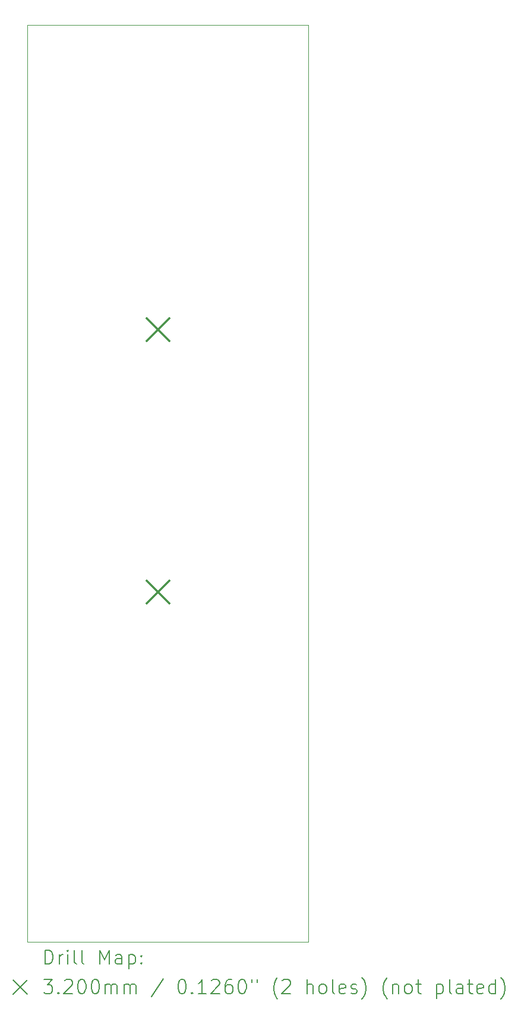
<source format=gbr>
%FSLAX45Y45*%
G04 Gerber Fmt 4.5, Leading zero omitted, Abs format (unit mm)*
G04 Created by KiCad (PCBNEW (6.0.6)) date 2022-08-29 10:44:53*
%MOMM*%
%LPD*%
G01*
G04 APERTURE LIST*
%TA.AperFunction,Profile*%
%ADD10C,0.100000*%
%TD*%
%ADD11C,0.200000*%
%ADD12C,0.320000*%
G04 APERTURE END LIST*
D10*
X3495040Y-14284960D02*
X7495540Y-14284960D01*
X7495540Y-14284960D02*
X7495540Y-1234440D01*
X7495540Y-1234440D02*
X3495040Y-1234440D01*
X3495040Y-1234440D02*
X3495040Y-14284960D01*
D11*
D12*
X5196860Y-5412760D02*
X5516860Y-5732760D01*
X5516860Y-5412760D02*
X5196860Y-5732760D01*
X5196860Y-9149100D02*
X5516860Y-9469100D01*
X5516860Y-9149100D02*
X5196860Y-9469100D01*
D11*
X3747659Y-14600436D02*
X3747659Y-14400436D01*
X3795278Y-14400436D01*
X3823849Y-14409960D01*
X3842897Y-14429008D01*
X3852421Y-14448055D01*
X3861945Y-14486150D01*
X3861945Y-14514722D01*
X3852421Y-14552817D01*
X3842897Y-14571865D01*
X3823849Y-14590912D01*
X3795278Y-14600436D01*
X3747659Y-14600436D01*
X3947659Y-14600436D02*
X3947659Y-14467103D01*
X3947659Y-14505198D02*
X3957183Y-14486150D01*
X3966707Y-14476627D01*
X3985754Y-14467103D01*
X4004802Y-14467103D01*
X4071468Y-14600436D02*
X4071468Y-14467103D01*
X4071468Y-14400436D02*
X4061945Y-14409960D01*
X4071468Y-14419484D01*
X4080992Y-14409960D01*
X4071468Y-14400436D01*
X4071468Y-14419484D01*
X4195278Y-14600436D02*
X4176230Y-14590912D01*
X4166707Y-14571865D01*
X4166707Y-14400436D01*
X4300040Y-14600436D02*
X4280992Y-14590912D01*
X4271469Y-14571865D01*
X4271469Y-14400436D01*
X4528611Y-14600436D02*
X4528611Y-14400436D01*
X4595278Y-14543293D01*
X4661945Y-14400436D01*
X4661945Y-14600436D01*
X4842897Y-14600436D02*
X4842897Y-14495674D01*
X4833373Y-14476627D01*
X4814326Y-14467103D01*
X4776230Y-14467103D01*
X4757183Y-14476627D01*
X4842897Y-14590912D02*
X4823850Y-14600436D01*
X4776230Y-14600436D01*
X4757183Y-14590912D01*
X4747659Y-14571865D01*
X4747659Y-14552817D01*
X4757183Y-14533769D01*
X4776230Y-14524246D01*
X4823850Y-14524246D01*
X4842897Y-14514722D01*
X4938135Y-14467103D02*
X4938135Y-14667103D01*
X4938135Y-14476627D02*
X4957183Y-14467103D01*
X4995278Y-14467103D01*
X5014326Y-14476627D01*
X5023850Y-14486150D01*
X5033373Y-14505198D01*
X5033373Y-14562341D01*
X5023850Y-14581388D01*
X5014326Y-14590912D01*
X4995278Y-14600436D01*
X4957183Y-14600436D01*
X4938135Y-14590912D01*
X5119088Y-14581388D02*
X5128611Y-14590912D01*
X5119088Y-14600436D01*
X5109564Y-14590912D01*
X5119088Y-14581388D01*
X5119088Y-14600436D01*
X5119088Y-14476627D02*
X5128611Y-14486150D01*
X5119088Y-14495674D01*
X5109564Y-14486150D01*
X5119088Y-14476627D01*
X5119088Y-14495674D01*
X3290040Y-14829960D02*
X3490040Y-15029960D01*
X3490040Y-14829960D02*
X3290040Y-15029960D01*
X3728611Y-14820436D02*
X3852421Y-14820436D01*
X3785754Y-14896627D01*
X3814326Y-14896627D01*
X3833373Y-14906150D01*
X3842897Y-14915674D01*
X3852421Y-14934722D01*
X3852421Y-14982341D01*
X3842897Y-15001388D01*
X3833373Y-15010912D01*
X3814326Y-15020436D01*
X3757183Y-15020436D01*
X3738135Y-15010912D01*
X3728611Y-15001388D01*
X3938135Y-15001388D02*
X3947659Y-15010912D01*
X3938135Y-15020436D01*
X3928611Y-15010912D01*
X3938135Y-15001388D01*
X3938135Y-15020436D01*
X4023849Y-14839484D02*
X4033373Y-14829960D01*
X4052421Y-14820436D01*
X4100040Y-14820436D01*
X4119088Y-14829960D01*
X4128611Y-14839484D01*
X4138135Y-14858531D01*
X4138135Y-14877579D01*
X4128611Y-14906150D01*
X4014326Y-15020436D01*
X4138135Y-15020436D01*
X4261945Y-14820436D02*
X4280992Y-14820436D01*
X4300040Y-14829960D01*
X4309564Y-14839484D01*
X4319088Y-14858531D01*
X4328611Y-14896627D01*
X4328611Y-14944246D01*
X4319088Y-14982341D01*
X4309564Y-15001388D01*
X4300040Y-15010912D01*
X4280992Y-15020436D01*
X4261945Y-15020436D01*
X4242897Y-15010912D01*
X4233373Y-15001388D01*
X4223850Y-14982341D01*
X4214326Y-14944246D01*
X4214326Y-14896627D01*
X4223850Y-14858531D01*
X4233373Y-14839484D01*
X4242897Y-14829960D01*
X4261945Y-14820436D01*
X4452421Y-14820436D02*
X4471469Y-14820436D01*
X4490516Y-14829960D01*
X4500040Y-14839484D01*
X4509564Y-14858531D01*
X4519088Y-14896627D01*
X4519088Y-14944246D01*
X4509564Y-14982341D01*
X4500040Y-15001388D01*
X4490516Y-15010912D01*
X4471469Y-15020436D01*
X4452421Y-15020436D01*
X4433373Y-15010912D01*
X4423850Y-15001388D01*
X4414326Y-14982341D01*
X4404802Y-14944246D01*
X4404802Y-14896627D01*
X4414326Y-14858531D01*
X4423850Y-14839484D01*
X4433373Y-14829960D01*
X4452421Y-14820436D01*
X4604802Y-15020436D02*
X4604802Y-14887103D01*
X4604802Y-14906150D02*
X4614326Y-14896627D01*
X4633373Y-14887103D01*
X4661945Y-14887103D01*
X4680992Y-14896627D01*
X4690516Y-14915674D01*
X4690516Y-15020436D01*
X4690516Y-14915674D02*
X4700040Y-14896627D01*
X4719088Y-14887103D01*
X4747659Y-14887103D01*
X4766707Y-14896627D01*
X4776230Y-14915674D01*
X4776230Y-15020436D01*
X4871469Y-15020436D02*
X4871469Y-14887103D01*
X4871469Y-14906150D02*
X4880992Y-14896627D01*
X4900040Y-14887103D01*
X4928611Y-14887103D01*
X4947659Y-14896627D01*
X4957183Y-14915674D01*
X4957183Y-15020436D01*
X4957183Y-14915674D02*
X4966707Y-14896627D01*
X4985754Y-14887103D01*
X5014326Y-14887103D01*
X5033373Y-14896627D01*
X5042897Y-14915674D01*
X5042897Y-15020436D01*
X5433373Y-14810912D02*
X5261945Y-15068055D01*
X5690516Y-14820436D02*
X5709564Y-14820436D01*
X5728611Y-14829960D01*
X5738135Y-14839484D01*
X5747659Y-14858531D01*
X5757183Y-14896627D01*
X5757183Y-14944246D01*
X5747659Y-14982341D01*
X5738135Y-15001388D01*
X5728611Y-15010912D01*
X5709564Y-15020436D01*
X5690516Y-15020436D01*
X5671468Y-15010912D01*
X5661945Y-15001388D01*
X5652421Y-14982341D01*
X5642897Y-14944246D01*
X5642897Y-14896627D01*
X5652421Y-14858531D01*
X5661945Y-14839484D01*
X5671468Y-14829960D01*
X5690516Y-14820436D01*
X5842897Y-15001388D02*
X5852421Y-15010912D01*
X5842897Y-15020436D01*
X5833373Y-15010912D01*
X5842897Y-15001388D01*
X5842897Y-15020436D01*
X6042897Y-15020436D02*
X5928611Y-15020436D01*
X5985754Y-15020436D02*
X5985754Y-14820436D01*
X5966707Y-14849008D01*
X5947659Y-14868055D01*
X5928611Y-14877579D01*
X6119088Y-14839484D02*
X6128611Y-14829960D01*
X6147659Y-14820436D01*
X6195278Y-14820436D01*
X6214326Y-14829960D01*
X6223849Y-14839484D01*
X6233373Y-14858531D01*
X6233373Y-14877579D01*
X6223849Y-14906150D01*
X6109564Y-15020436D01*
X6233373Y-15020436D01*
X6404802Y-14820436D02*
X6366707Y-14820436D01*
X6347659Y-14829960D01*
X6338135Y-14839484D01*
X6319088Y-14868055D01*
X6309564Y-14906150D01*
X6309564Y-14982341D01*
X6319088Y-15001388D01*
X6328611Y-15010912D01*
X6347659Y-15020436D01*
X6385754Y-15020436D01*
X6404802Y-15010912D01*
X6414326Y-15001388D01*
X6423849Y-14982341D01*
X6423849Y-14934722D01*
X6414326Y-14915674D01*
X6404802Y-14906150D01*
X6385754Y-14896627D01*
X6347659Y-14896627D01*
X6328611Y-14906150D01*
X6319088Y-14915674D01*
X6309564Y-14934722D01*
X6547659Y-14820436D02*
X6566707Y-14820436D01*
X6585754Y-14829960D01*
X6595278Y-14839484D01*
X6604802Y-14858531D01*
X6614326Y-14896627D01*
X6614326Y-14944246D01*
X6604802Y-14982341D01*
X6595278Y-15001388D01*
X6585754Y-15010912D01*
X6566707Y-15020436D01*
X6547659Y-15020436D01*
X6528611Y-15010912D01*
X6519088Y-15001388D01*
X6509564Y-14982341D01*
X6500040Y-14944246D01*
X6500040Y-14896627D01*
X6509564Y-14858531D01*
X6519088Y-14839484D01*
X6528611Y-14829960D01*
X6547659Y-14820436D01*
X6690516Y-14820436D02*
X6690516Y-14858531D01*
X6766707Y-14820436D02*
X6766707Y-14858531D01*
X7061945Y-15096627D02*
X7052421Y-15087103D01*
X7033373Y-15058531D01*
X7023849Y-15039484D01*
X7014326Y-15010912D01*
X7004802Y-14963293D01*
X7004802Y-14925198D01*
X7014326Y-14877579D01*
X7023849Y-14849008D01*
X7033373Y-14829960D01*
X7052421Y-14801388D01*
X7061945Y-14791865D01*
X7128611Y-14839484D02*
X7138135Y-14829960D01*
X7157183Y-14820436D01*
X7204802Y-14820436D01*
X7223849Y-14829960D01*
X7233373Y-14839484D01*
X7242897Y-14858531D01*
X7242897Y-14877579D01*
X7233373Y-14906150D01*
X7119088Y-15020436D01*
X7242897Y-15020436D01*
X7480992Y-15020436D02*
X7480992Y-14820436D01*
X7566707Y-15020436D02*
X7566707Y-14915674D01*
X7557183Y-14896627D01*
X7538135Y-14887103D01*
X7509564Y-14887103D01*
X7490516Y-14896627D01*
X7480992Y-14906150D01*
X7690516Y-15020436D02*
X7671468Y-15010912D01*
X7661945Y-15001388D01*
X7652421Y-14982341D01*
X7652421Y-14925198D01*
X7661945Y-14906150D01*
X7671468Y-14896627D01*
X7690516Y-14887103D01*
X7719088Y-14887103D01*
X7738135Y-14896627D01*
X7747659Y-14906150D01*
X7757183Y-14925198D01*
X7757183Y-14982341D01*
X7747659Y-15001388D01*
X7738135Y-15010912D01*
X7719088Y-15020436D01*
X7690516Y-15020436D01*
X7871468Y-15020436D02*
X7852421Y-15010912D01*
X7842897Y-14991865D01*
X7842897Y-14820436D01*
X8023849Y-15010912D02*
X8004802Y-15020436D01*
X7966707Y-15020436D01*
X7947659Y-15010912D01*
X7938135Y-14991865D01*
X7938135Y-14915674D01*
X7947659Y-14896627D01*
X7966707Y-14887103D01*
X8004802Y-14887103D01*
X8023849Y-14896627D01*
X8033373Y-14915674D01*
X8033373Y-14934722D01*
X7938135Y-14953769D01*
X8109564Y-15010912D02*
X8128611Y-15020436D01*
X8166707Y-15020436D01*
X8185754Y-15010912D01*
X8195278Y-14991865D01*
X8195278Y-14982341D01*
X8185754Y-14963293D01*
X8166707Y-14953769D01*
X8138135Y-14953769D01*
X8119088Y-14944246D01*
X8109564Y-14925198D01*
X8109564Y-14915674D01*
X8119088Y-14896627D01*
X8138135Y-14887103D01*
X8166707Y-14887103D01*
X8185754Y-14896627D01*
X8261945Y-15096627D02*
X8271468Y-15087103D01*
X8290516Y-15058531D01*
X8300040Y-15039484D01*
X8309564Y-15010912D01*
X8319088Y-14963293D01*
X8319088Y-14925198D01*
X8309564Y-14877579D01*
X8300040Y-14849008D01*
X8290516Y-14829960D01*
X8271468Y-14801388D01*
X8261945Y-14791865D01*
X8623850Y-15096627D02*
X8614326Y-15087103D01*
X8595278Y-15058531D01*
X8585754Y-15039484D01*
X8576230Y-15010912D01*
X8566707Y-14963293D01*
X8566707Y-14925198D01*
X8576230Y-14877579D01*
X8585754Y-14849008D01*
X8595278Y-14829960D01*
X8614326Y-14801388D01*
X8623850Y-14791865D01*
X8700040Y-14887103D02*
X8700040Y-15020436D01*
X8700040Y-14906150D02*
X8709564Y-14896627D01*
X8728611Y-14887103D01*
X8757183Y-14887103D01*
X8776230Y-14896627D01*
X8785754Y-14915674D01*
X8785754Y-15020436D01*
X8909564Y-15020436D02*
X8890516Y-15010912D01*
X8880992Y-15001388D01*
X8871469Y-14982341D01*
X8871469Y-14925198D01*
X8880992Y-14906150D01*
X8890516Y-14896627D01*
X8909564Y-14887103D01*
X8938135Y-14887103D01*
X8957183Y-14896627D01*
X8966707Y-14906150D01*
X8976230Y-14925198D01*
X8976230Y-14982341D01*
X8966707Y-15001388D01*
X8957183Y-15010912D01*
X8938135Y-15020436D01*
X8909564Y-15020436D01*
X9033373Y-14887103D02*
X9109564Y-14887103D01*
X9061945Y-14820436D02*
X9061945Y-14991865D01*
X9071469Y-15010912D01*
X9090516Y-15020436D01*
X9109564Y-15020436D01*
X9328611Y-14887103D02*
X9328611Y-15087103D01*
X9328611Y-14896627D02*
X9347659Y-14887103D01*
X9385754Y-14887103D01*
X9404802Y-14896627D01*
X9414326Y-14906150D01*
X9423850Y-14925198D01*
X9423850Y-14982341D01*
X9414326Y-15001388D01*
X9404802Y-15010912D01*
X9385754Y-15020436D01*
X9347659Y-15020436D01*
X9328611Y-15010912D01*
X9538135Y-15020436D02*
X9519088Y-15010912D01*
X9509564Y-14991865D01*
X9509564Y-14820436D01*
X9700040Y-15020436D02*
X9700040Y-14915674D01*
X9690516Y-14896627D01*
X9671469Y-14887103D01*
X9633373Y-14887103D01*
X9614326Y-14896627D01*
X9700040Y-15010912D02*
X9680992Y-15020436D01*
X9633373Y-15020436D01*
X9614326Y-15010912D01*
X9604802Y-14991865D01*
X9604802Y-14972817D01*
X9614326Y-14953769D01*
X9633373Y-14944246D01*
X9680992Y-14944246D01*
X9700040Y-14934722D01*
X9766707Y-14887103D02*
X9842897Y-14887103D01*
X9795278Y-14820436D02*
X9795278Y-14991865D01*
X9804802Y-15010912D01*
X9823850Y-15020436D01*
X9842897Y-15020436D01*
X9985754Y-15010912D02*
X9966707Y-15020436D01*
X9928611Y-15020436D01*
X9909564Y-15010912D01*
X9900040Y-14991865D01*
X9900040Y-14915674D01*
X9909564Y-14896627D01*
X9928611Y-14887103D01*
X9966707Y-14887103D01*
X9985754Y-14896627D01*
X9995278Y-14915674D01*
X9995278Y-14934722D01*
X9900040Y-14953769D01*
X10166707Y-15020436D02*
X10166707Y-14820436D01*
X10166707Y-15010912D02*
X10147659Y-15020436D01*
X10109564Y-15020436D01*
X10090516Y-15010912D01*
X10080992Y-15001388D01*
X10071469Y-14982341D01*
X10071469Y-14925198D01*
X10080992Y-14906150D01*
X10090516Y-14896627D01*
X10109564Y-14887103D01*
X10147659Y-14887103D01*
X10166707Y-14896627D01*
X10242897Y-15096627D02*
X10252421Y-15087103D01*
X10271469Y-15058531D01*
X10280992Y-15039484D01*
X10290516Y-15010912D01*
X10300040Y-14963293D01*
X10300040Y-14925198D01*
X10290516Y-14877579D01*
X10280992Y-14849008D01*
X10271469Y-14829960D01*
X10252421Y-14801388D01*
X10242897Y-14791865D01*
M02*

</source>
